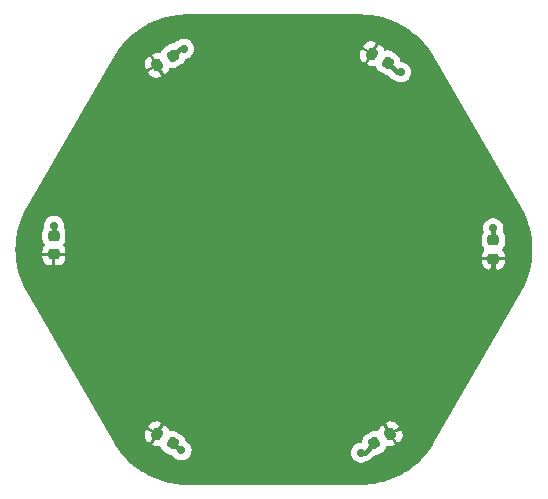
<source format=gbr>
%TF.GenerationSoftware,KiCad,Pcbnew,7.0.7*%
%TF.CreationDate,2023-09-02T14:38:40-07:00*%
%TF.ProjectId,badgelife101,62616467-656c-4696-9665-3130312e6b69,rev?*%
%TF.SameCoordinates,Original*%
%TF.FileFunction,Copper,L1,Top*%
%TF.FilePolarity,Positive*%
%FSLAX46Y46*%
G04 Gerber Fmt 4.6, Leading zero omitted, Abs format (unit mm)*
G04 Created by KiCad (PCBNEW 7.0.7) date 2023-09-02 14:38:40*
%MOMM*%
%LPD*%
G01*
G04 APERTURE LIST*
G04 Aperture macros list*
%AMRoundRect*
0 Rectangle with rounded corners*
0 $1 Rounding radius*
0 $2 $3 $4 $5 $6 $7 $8 $9 X,Y pos of 4 corners*
0 Add a 4 corners polygon primitive as box body*
4,1,4,$2,$3,$4,$5,$6,$7,$8,$9,$2,$3,0*
0 Add four circle primitives for the rounded corners*
1,1,$1+$1,$2,$3*
1,1,$1+$1,$4,$5*
1,1,$1+$1,$6,$7*
1,1,$1+$1,$8,$9*
0 Add four rect primitives between the rounded corners*
20,1,$1+$1,$2,$3,$4,$5,0*
20,1,$1+$1,$4,$5,$6,$7,0*
20,1,$1+$1,$6,$7,$8,$9,0*
20,1,$1+$1,$8,$9,$2,$3,0*%
G04 Aperture macros list end*
%TA.AperFunction,SMDPad,CuDef*%
%ADD10RoundRect,0.218750X0.256250X-0.218750X0.256250X0.218750X-0.256250X0.218750X-0.256250X-0.218750X0*%
%TD*%
%TA.AperFunction,SMDPad,CuDef*%
%ADD11RoundRect,0.218750X0.061318X0.331294X-0.317568X0.112544X-0.061318X-0.331294X0.317568X-0.112544X0*%
%TD*%
%TA.AperFunction,SMDPad,CuDef*%
%ADD12RoundRect,0.218750X-0.317568X-0.112544X0.061318X-0.331294X0.317568X0.112544X-0.061318X0.331294X0*%
%TD*%
%TA.AperFunction,SMDPad,CuDef*%
%ADD13RoundRect,0.218750X-0.061318X-0.331294X0.317568X-0.112544X0.061318X0.331294X-0.317568X0.112544X0*%
%TD*%
%TA.AperFunction,ViaPad*%
%ADD14C,0.700000*%
%TD*%
%TA.AperFunction,Conductor*%
%ADD15C,0.400000*%
%TD*%
G04 APERTURE END LIST*
D10*
%TO.P,D6,2,A*%
%TO.N,Net-(D6-A)*%
X151400000Y-89212500D03*
%TO.P,D6,1,K*%
%TO.N,GND*%
X151400000Y-90787500D03*
%TD*%
%TO.P,D5,2,A*%
%TO.N,Net-(D5-A)*%
X114200000Y-88825000D03*
%TO.P,D5,1,K*%
%TO.N,GND*%
X114200000Y-90400000D03*
%TD*%
D11*
%TO.P,D4,2,A*%
%TO.N,Net-(D4-A)*%
X141318005Y-106393750D03*
%TO.P,D4,1,K*%
%TO.N,GND*%
X142681995Y-105606250D03*
%TD*%
D12*
%TO.P,D3,2,A*%
%TO.N,Net-(D3-A)*%
X124281995Y-106393750D03*
%TO.P,D3,1,K*%
%TO.N,GND*%
X122918005Y-105606250D03*
%TD*%
%TO.P,D2,2,A*%
%TO.N,Net-(D2-A)*%
X142481995Y-74193750D03*
%TO.P,D2,1,K*%
%TO.N,GND*%
X141118005Y-73406250D03*
%TD*%
D13*
%TO.P,D1,1,K*%
%TO.N,GND*%
X122918005Y-74393750D03*
%TO.P,D1,2,A*%
%TO.N,Net-(D1-A)*%
X124281995Y-73606250D03*
%TD*%
D14*
%TO.N,GND*%
X151400000Y-91800000D03*
X144400000Y-84400000D03*
X144600000Y-94600000D03*
%TO.N,Net-(D4-A)*%
X140200000Y-107200000D03*
%TO.N,Net-(D3-A)*%
X125000000Y-107000000D03*
%TO.N,Net-(D5-A)*%
X114200000Y-88000000D03*
%TO.N,Net-(D1-A)*%
X125200000Y-73000000D03*
%TO.N,Net-(D6-A)*%
X151400000Y-88200000D03*
%TO.N,Net-(D2-A)*%
X143600000Y-75000000D03*
%TD*%
D15*
%TO.N,GND*%
X151400000Y-90787500D02*
X151400000Y-91800000D01*
%TO.N,Net-(D4-A)*%
X140200000Y-107200000D02*
X140511755Y-107200000D01*
X140511755Y-107200000D02*
X141318005Y-106393750D01*
%TO.N,Net-(D3-A)*%
X125000000Y-107000000D02*
X124888245Y-107000000D01*
X124888245Y-107000000D02*
X124281995Y-106393750D01*
%TO.N,Net-(D5-A)*%
X114200000Y-88000000D02*
X114200000Y-88825000D01*
%TO.N,Net-(D1-A)*%
X124888245Y-73000000D02*
X124281995Y-73606250D01*
X125200000Y-73000000D02*
X124888245Y-73000000D01*
%TO.N,Net-(D6-A)*%
X151400000Y-88200000D02*
X151400000Y-89212500D01*
%TO.N,Net-(D2-A)*%
X143600000Y-75000000D02*
X143288245Y-75000000D01*
X143288245Y-75000000D02*
X142481995Y-74193750D01*
%TD*%
%TA.AperFunction,Conductor*%
%TO.N,GND*%
G36*
X140654552Y-70102508D02*
G01*
X140658628Y-70102779D01*
X141126885Y-70149574D01*
X141130875Y-70150106D01*
X141592041Y-70227190D01*
X141595974Y-70227981D01*
X142048706Y-70334598D01*
X142052575Y-70335644D01*
X142416469Y-70446864D01*
X142495560Y-70471038D01*
X142499378Y-70472342D01*
X142931377Y-70635778D01*
X142935071Y-70637314D01*
X143135527Y-70728408D01*
X143354746Y-70828029D01*
X143358344Y-70829807D01*
X143764447Y-71047075D01*
X143767900Y-71049068D01*
X144056843Y-71228589D01*
X144159104Y-71292125D01*
X144162439Y-71294349D01*
X144537471Y-71562462D01*
X144540624Y-71564874D01*
X144715723Y-71708075D01*
X144898166Y-71857282D01*
X144901203Y-71859936D01*
X145239941Y-72175867D01*
X145242807Y-72178720D01*
X145528292Y-72482184D01*
X145561470Y-72517451D01*
X145564148Y-72520491D01*
X145652825Y-72628105D01*
X145861456Y-72881291D01*
X145863954Y-72884534D01*
X146138584Y-73266619D01*
X146140868Y-73270029D01*
X146273007Y-73482280D01*
X146392642Y-73674446D01*
X153746795Y-86412221D01*
X153971148Y-86832477D01*
X153972965Y-86836170D01*
X154166542Y-87265039D01*
X154168100Y-87268819D01*
X154331899Y-87706675D01*
X154331902Y-87706681D01*
X154333202Y-87710538D01*
X154375825Y-87852170D01*
X154467220Y-88155869D01*
X154468259Y-88159780D01*
X154572498Y-88611125D01*
X154573278Y-88615083D01*
X154647734Y-89070895D01*
X154648250Y-89074859D01*
X154684917Y-89451447D01*
X154692924Y-89533677D01*
X154693183Y-89537681D01*
X154708075Y-89997994D01*
X154708075Y-90002004D01*
X154693183Y-90462318D01*
X154692924Y-90466322D01*
X154648251Y-90925136D01*
X154647734Y-90929104D01*
X154573278Y-91384916D01*
X154572498Y-91388874D01*
X154468259Y-91840219D01*
X154467219Y-91844135D01*
X154333202Y-92289461D01*
X154331902Y-92293319D01*
X154168100Y-92731179D01*
X154166540Y-92734963D01*
X153972961Y-93163837D01*
X153971151Y-93167517D01*
X153746788Y-93587792D01*
X146392642Y-106325552D01*
X146269311Y-106531183D01*
X146139791Y-106731697D01*
X146110676Y-106773650D01*
X146004216Y-106927052D01*
X145862761Y-107117128D01*
X145715589Y-107301830D01*
X145562866Y-107481064D01*
X145404770Y-107654722D01*
X145241401Y-107822771D01*
X145073032Y-107985011D01*
X144899716Y-108141451D01*
X144721697Y-108291924D01*
X144539084Y-108436383D01*
X144352084Y-108574699D01*
X144160803Y-108706818D01*
X143965468Y-108832603D01*
X143766201Y-108951987D01*
X143563191Y-109064858D01*
X143356577Y-109171137D01*
X143146559Y-109270712D01*
X142933250Y-109363511D01*
X142716844Y-109449427D01*
X142497505Y-109528365D01*
X142275398Y-109600230D01*
X142050663Y-109664937D01*
X141823507Y-109722376D01*
X141594047Y-109772469D01*
X141362429Y-109815119D01*
X141128893Y-109850221D01*
X140893559Y-109877687D01*
X140656595Y-109897421D01*
X140418194Y-109909330D01*
X140178457Y-109913322D01*
X140154914Y-109913115D01*
X140153822Y-109913330D01*
X125470116Y-109913330D01*
X124994011Y-109897496D01*
X124989906Y-109897223D01*
X124684350Y-109866687D01*
X124521688Y-109850431D01*
X124517651Y-109849892D01*
X124056530Y-109772815D01*
X124052550Y-109772015D01*
X124026104Y-109765787D01*
X123599860Y-109665408D01*
X123595955Y-109664353D01*
X123152975Y-109528961D01*
X123149169Y-109527661D01*
X122717168Y-109364223D01*
X122713474Y-109362687D01*
X122293791Y-109171968D01*
X122290201Y-109170194D01*
X121884086Y-108952919D01*
X121880613Y-108950913D01*
X121489434Y-108707869D01*
X121486096Y-108705642D01*
X121304003Y-108575463D01*
X121111080Y-108437541D01*
X121107918Y-108435121D01*
X120750380Y-108142717D01*
X120747342Y-108140063D01*
X120408615Y-107824139D01*
X120405744Y-107821280D01*
X120106004Y-107502665D01*
X120087074Y-107482542D01*
X120084388Y-107479492D01*
X120029130Y-107412434D01*
X119787077Y-107118689D01*
X119784604Y-107115477D01*
X119509964Y-106733376D01*
X119507685Y-106729975D01*
X119372683Y-106513124D01*
X122538758Y-106513124D01*
X122661420Y-106583942D01*
X122661440Y-106583952D01*
X122751704Y-106624456D01*
X122751703Y-106624456D01*
X122916252Y-106658432D01*
X123084198Y-106653547D01*
X123127758Y-106641875D01*
X123197608Y-106643538D01*
X123255471Y-106682700D01*
X123279628Y-106729556D01*
X123291443Y-106773653D01*
X123371243Y-106921649D01*
X123483017Y-107047249D01*
X123483024Y-107047255D01*
X123563296Y-107105219D01*
X123563299Y-107105221D01*
X124025191Y-107371895D01*
X124086931Y-107399599D01*
X124115531Y-107412433D01*
X124115532Y-107412433D01*
X124115536Y-107412435D01*
X124220573Y-107434122D01*
X124282244Y-107466954D01*
X124302882Y-107493557D01*
X124308141Y-107502665D01*
X124348807Y-107547829D01*
X124427764Y-107635521D01*
X124427767Y-107635523D01*
X124427770Y-107635526D01*
X124572407Y-107740612D01*
X124735733Y-107813329D01*
X124910609Y-107850500D01*
X124910610Y-107850500D01*
X125089389Y-107850500D01*
X125089391Y-107850500D01*
X125264267Y-107813329D01*
X125427593Y-107740612D01*
X125572230Y-107635526D01*
X125691859Y-107502665D01*
X125781250Y-107347835D01*
X125829285Y-107200000D01*
X139344815Y-107200000D01*
X139363503Y-107377805D01*
X139363504Y-107377807D01*
X139418747Y-107547829D01*
X139418750Y-107547835D01*
X139508141Y-107702665D01*
X139531116Y-107728181D01*
X139627764Y-107835521D01*
X139627767Y-107835523D01*
X139627770Y-107835526D01*
X139772407Y-107940612D01*
X139935733Y-108013329D01*
X140110609Y-108050500D01*
X140110610Y-108050500D01*
X140289389Y-108050500D01*
X140289391Y-108050500D01*
X140464267Y-108013329D01*
X140627593Y-107940612D01*
X140706118Y-107883559D01*
X140728101Y-107870808D01*
X140778283Y-107848222D01*
X140781652Y-107846826D01*
X140839685Y-107824818D01*
X140848021Y-107819062D01*
X140867576Y-107808034D01*
X140876812Y-107803878D01*
X140925651Y-107765613D01*
X140928631Y-107763421D01*
X140979684Y-107728183D01*
X141020820Y-107681748D01*
X141023354Y-107679056D01*
X141219961Y-107482449D01*
X141281282Y-107448966D01*
X141311252Y-107446185D01*
X141319801Y-107446434D01*
X141319801Y-107446433D01*
X141319802Y-107446434D01*
X141379440Y-107434120D01*
X141484464Y-107412435D01*
X141574809Y-107371895D01*
X142036701Y-107105221D01*
X142116982Y-107047250D01*
X142228758Y-106921647D01*
X142308556Y-106773653D01*
X142320370Y-106729559D01*
X142356734Y-106669898D01*
X142419581Y-106639367D01*
X142472240Y-106641875D01*
X142515800Y-106653547D01*
X142683748Y-106658433D01*
X142848295Y-106624456D01*
X142938568Y-106583948D01*
X142938584Y-106583940D01*
X143061240Y-106513124D01*
X143061240Y-106513123D01*
X142564072Y-105652003D01*
X142852747Y-105652003D01*
X143277746Y-106388123D01*
X143277747Y-106388123D01*
X143400414Y-106317301D01*
X143480636Y-106259374D01*
X143480638Y-106259373D01*
X143592334Y-106133860D01*
X143672079Y-105985967D01*
X143715566Y-105823672D01*
X143720452Y-105655722D01*
X143686475Y-105491175D01*
X143645970Y-105400908D01*
X143645961Y-105400889D01*
X143556393Y-105245753D01*
X143556392Y-105245753D01*
X142852747Y-105652002D01*
X142852747Y-105652003D01*
X142564072Y-105652003D01*
X142519405Y-105574637D01*
X142519403Y-105574631D01*
X142086242Y-104824375D01*
X142086241Y-104824375D01*
X141963575Y-104895198D01*
X141883353Y-104953125D01*
X141883351Y-104953126D01*
X141771655Y-105078639D01*
X141691911Y-105226531D01*
X141680239Y-105270091D01*
X141643873Y-105329751D01*
X141581026Y-105360279D01*
X141528371Y-105357771D01*
X141484279Y-105345957D01*
X141484278Y-105345956D01*
X141484275Y-105345956D01*
X141316209Y-105341066D01*
X141316208Y-105341066D01*
X141316206Y-105341066D01*
X141151547Y-105375064D01*
X141151544Y-105375065D01*
X141061220Y-105415596D01*
X141061194Y-105415608D01*
X140599306Y-105682280D01*
X140519034Y-105740244D01*
X140519027Y-105740250D01*
X140407253Y-105865850D01*
X140327453Y-106013847D01*
X140283938Y-106176249D01*
X140283937Y-106176254D01*
X140282399Y-106229109D01*
X140260773Y-106295545D01*
X140206661Y-106339745D01*
X140158452Y-106349500D01*
X140110609Y-106349500D01*
X140079954Y-106356015D01*
X139935733Y-106386670D01*
X139935728Y-106386672D01*
X139772408Y-106459387D01*
X139627768Y-106564475D01*
X139508140Y-106697336D01*
X139418750Y-106852164D01*
X139418747Y-106852170D01*
X139363504Y-107022192D01*
X139363503Y-107022194D01*
X139344815Y-107200000D01*
X125829285Y-107200000D01*
X125836497Y-107177803D01*
X125855185Y-107000000D01*
X125836497Y-106822197D01*
X125795927Y-106697335D01*
X125781252Y-106652170D01*
X125781249Y-106652164D01*
X125741867Y-106583952D01*
X125691859Y-106497335D01*
X125643097Y-106443180D01*
X125572235Y-106364478D01*
X125572232Y-106364476D01*
X125572231Y-106364475D01*
X125572230Y-106364474D01*
X125427593Y-106259388D01*
X125427592Y-106259387D01*
X125380279Y-106238322D01*
X125327042Y-106193072D01*
X125310940Y-106157136D01*
X125304703Y-106133860D01*
X125272546Y-106013847D01*
X125192748Y-105865853D01*
X125192747Y-105865851D01*
X125192746Y-105865850D01*
X125080972Y-105740250D01*
X125080965Y-105740244D01*
X125000693Y-105682280D01*
X124538805Y-105415608D01*
X124538779Y-105415596D01*
X124448455Y-105375065D01*
X124448452Y-105375064D01*
X124283793Y-105341066D01*
X124283791Y-105341066D01*
X124115725Y-105345956D01*
X124115721Y-105345956D01*
X124115719Y-105345957D01*
X124071627Y-105357771D01*
X124001777Y-105356108D01*
X123943915Y-105316944D01*
X123919760Y-105270088D01*
X123908090Y-105226533D01*
X123828344Y-105078638D01*
X123828342Y-105078636D01*
X123716653Y-104953130D01*
X123716645Y-104953123D01*
X123636431Y-104895201D01*
X123636414Y-104895190D01*
X123513757Y-104824375D01*
X123513756Y-104824375D01*
X123067711Y-105596949D01*
X123067711Y-105596950D01*
X122538758Y-106513123D01*
X122538758Y-106513124D01*
X119372683Y-106513124D01*
X119255909Y-106325552D01*
X118869183Y-105655722D01*
X121879547Y-105655722D01*
X121884433Y-105823672D01*
X121927920Y-105985967D01*
X122007665Y-106133861D01*
X122007667Y-106133863D01*
X122119356Y-106259369D01*
X122119364Y-106259376D01*
X122199580Y-106317299D01*
X122322252Y-106388123D01*
X122747251Y-105652003D01*
X122747251Y-105652002D01*
X122043607Y-105245752D01*
X122043605Y-105245753D01*
X121954040Y-105400886D01*
X121954033Y-105400900D01*
X121913524Y-105491175D01*
X121879547Y-105655722D01*
X118869183Y-105655722D01*
X118507488Y-105029247D01*
X122168606Y-105029247D01*
X122872250Y-105435495D01*
X122872251Y-105435495D01*
X123297250Y-104699375D01*
X142302748Y-104699375D01*
X142727747Y-105435495D01*
X142727748Y-105435495D01*
X143431392Y-105029247D01*
X143431392Y-105029246D01*
X143341824Y-104874108D01*
X143341823Y-104874107D01*
X143283893Y-104793882D01*
X143283892Y-104793880D01*
X143158379Y-104682184D01*
X143010486Y-104602439D01*
X142848191Y-104558952D01*
X142680241Y-104554066D01*
X142515694Y-104588043D01*
X142425416Y-104628553D01*
X142425404Y-104628559D01*
X142302748Y-104699374D01*
X142302748Y-104699375D01*
X123297250Y-104699375D01*
X123297250Y-104699374D01*
X123174594Y-104628559D01*
X123174580Y-104628552D01*
X123084305Y-104588043D01*
X123084306Y-104588043D01*
X122919756Y-104554066D01*
X122751808Y-104558952D01*
X122589513Y-104602439D01*
X122441619Y-104682184D01*
X122441617Y-104682186D01*
X122316111Y-104793875D01*
X122316108Y-104793879D01*
X122258176Y-104874106D01*
X122168606Y-105029246D01*
X122168606Y-105029247D01*
X118507488Y-105029247D01*
X111901755Y-93587779D01*
X111677408Y-93167534D01*
X111675606Y-93163872D01*
X111482010Y-92734962D01*
X111480453Y-92731187D01*
X111316637Y-92293286D01*
X111315350Y-92289465D01*
X111181332Y-91844130D01*
X111180292Y-91840215D01*
X111076053Y-91388874D01*
X111075273Y-91384916D01*
X111067528Y-91337499D01*
X111000815Y-90929081D01*
X111000304Y-90925166D01*
X110961341Y-90525000D01*
X113225001Y-90525000D01*
X113225001Y-90666652D01*
X113235056Y-90765083D01*
X113287906Y-90924572D01*
X113287908Y-90924577D01*
X113376114Y-91067580D01*
X113494919Y-91186385D01*
X113637922Y-91274591D01*
X113637927Y-91274593D01*
X113797416Y-91327442D01*
X113895855Y-91337499D01*
X114074999Y-91337499D01*
X114075000Y-91337498D01*
X114075000Y-90525000D01*
X114324999Y-90525000D01*
X114324999Y-91337498D01*
X114325000Y-91337499D01*
X114504136Y-91337499D01*
X114504152Y-91337498D01*
X114602583Y-91327443D01*
X114762072Y-91274593D01*
X114762077Y-91274591D01*
X114905080Y-91186385D01*
X115023885Y-91067580D01*
X115112091Y-90924577D01*
X115112093Y-90924572D01*
X115116093Y-90912500D01*
X150425001Y-90912500D01*
X150425001Y-91054152D01*
X150435056Y-91152583D01*
X150487906Y-91312072D01*
X150487908Y-91312077D01*
X150576114Y-91455080D01*
X150694919Y-91573885D01*
X150837922Y-91662091D01*
X150837927Y-91662093D01*
X150997416Y-91714942D01*
X151095855Y-91724999D01*
X151274999Y-91724999D01*
X151275000Y-91724998D01*
X151275000Y-90912500D01*
X151525000Y-90912500D01*
X151525000Y-91724999D01*
X151704136Y-91724999D01*
X151704152Y-91724998D01*
X151802583Y-91714943D01*
X151962072Y-91662093D01*
X151962077Y-91662091D01*
X152105080Y-91573885D01*
X152223885Y-91455080D01*
X152312091Y-91312077D01*
X152312093Y-91312072D01*
X152364942Y-91152583D01*
X152374999Y-91054150D01*
X152375000Y-91054137D01*
X152375000Y-90912500D01*
X151525000Y-90912500D01*
X151275000Y-90912500D01*
X150425001Y-90912500D01*
X115116093Y-90912500D01*
X115164942Y-90765083D01*
X115174999Y-90666650D01*
X115175000Y-90666637D01*
X115175000Y-90525000D01*
X114324999Y-90525000D01*
X114075000Y-90525000D01*
X113225001Y-90525000D01*
X110961341Y-90525000D01*
X110955625Y-90466299D01*
X110955368Y-90462317D01*
X110949308Y-90275000D01*
X110940476Y-90001978D01*
X110940476Y-89998021D01*
X110955368Y-89537674D01*
X110955625Y-89533702D01*
X110998663Y-89091681D01*
X113224500Y-89091681D01*
X113234563Y-89190183D01*
X113287450Y-89349784D01*
X113287455Y-89349795D01*
X113375716Y-89492887D01*
X113375719Y-89492892D01*
X113408000Y-89525173D01*
X113441485Y-89586497D01*
X113436499Y-89656188D01*
X113408000Y-89700533D01*
X113376114Y-89732419D01*
X113287908Y-89875422D01*
X113287906Y-89875427D01*
X113235057Y-90034916D01*
X113225000Y-90133349D01*
X113225000Y-90275000D01*
X115174998Y-90275000D01*
X115174999Y-90133364D01*
X115174998Y-90133347D01*
X115164943Y-90034916D01*
X115112093Y-89875427D01*
X115112091Y-89875422D01*
X115023885Y-89732419D01*
X114992000Y-89700534D01*
X114958515Y-89639211D01*
X114963499Y-89569519D01*
X114992000Y-89525172D01*
X114992000Y-89525171D01*
X115024281Y-89492891D01*
X115032737Y-89479181D01*
X150424500Y-89479181D01*
X150434563Y-89577683D01*
X150487450Y-89737284D01*
X150487455Y-89737295D01*
X150575716Y-89880387D01*
X150575719Y-89880392D01*
X150608000Y-89912673D01*
X150641485Y-89973997D01*
X150636499Y-90043688D01*
X150608000Y-90088033D01*
X150576114Y-90119919D01*
X150487908Y-90262922D01*
X150487906Y-90262927D01*
X150435057Y-90422416D01*
X150425000Y-90520849D01*
X150425000Y-90662500D01*
X152374999Y-90662500D01*
X152374999Y-90520864D01*
X152374998Y-90520847D01*
X152364943Y-90422416D01*
X152312093Y-90262927D01*
X152312091Y-90262922D01*
X152223885Y-90119919D01*
X152192000Y-90088034D01*
X152158515Y-90026711D01*
X152163499Y-89957019D01*
X152192000Y-89912672D01*
X152224281Y-89880391D01*
X152312549Y-89737287D01*
X152365436Y-89577685D01*
X152375500Y-89479174D01*
X152375500Y-88945826D01*
X152365436Y-88847315D01*
X152312549Y-88687713D01*
X152312545Y-88687707D01*
X152312544Y-88687704D01*
X152226908Y-88548868D01*
X152208467Y-88481476D01*
X152214516Y-88445451D01*
X152236495Y-88377808D01*
X152236497Y-88377803D01*
X152255185Y-88200000D01*
X152236497Y-88022197D01*
X152181250Y-87852165D01*
X152091859Y-87697335D01*
X152045003Y-87645296D01*
X151972235Y-87564478D01*
X151972232Y-87564476D01*
X151972231Y-87564475D01*
X151972230Y-87564474D01*
X151827593Y-87459388D01*
X151664267Y-87386671D01*
X151664265Y-87386670D01*
X151536594Y-87359533D01*
X151489391Y-87349500D01*
X151310609Y-87349500D01*
X151279954Y-87356015D01*
X151135733Y-87386670D01*
X151135728Y-87386672D01*
X150972408Y-87459387D01*
X150827768Y-87564475D01*
X150708140Y-87697336D01*
X150618750Y-87852164D01*
X150618747Y-87852170D01*
X150563504Y-88022192D01*
X150563503Y-88022194D01*
X150544815Y-88199999D01*
X150563503Y-88377805D01*
X150563504Y-88377807D01*
X150585484Y-88445453D01*
X150587479Y-88515294D01*
X150573092Y-88548868D01*
X150487452Y-88687710D01*
X150487450Y-88687713D01*
X150487451Y-88687713D01*
X150434564Y-88847315D01*
X150434564Y-88847316D01*
X150434563Y-88847316D01*
X150424500Y-88945818D01*
X150424500Y-89479181D01*
X115032737Y-89479181D01*
X115112549Y-89349787D01*
X115165436Y-89190185D01*
X115175500Y-89091674D01*
X115175500Y-88558326D01*
X115165436Y-88459815D01*
X115112549Y-88300213D01*
X115112547Y-88300210D01*
X115112546Y-88300207D01*
X115058780Y-88213041D01*
X115040339Y-88145649D01*
X115040997Y-88134981D01*
X115055185Y-88000000D01*
X115036497Y-87822197D01*
X114999509Y-87708360D01*
X114981252Y-87652170D01*
X114981249Y-87652164D01*
X114891859Y-87497335D01*
X114845003Y-87445296D01*
X114772235Y-87364478D01*
X114772232Y-87364476D01*
X114772231Y-87364475D01*
X114772230Y-87364474D01*
X114627593Y-87259388D01*
X114464267Y-87186671D01*
X114464265Y-87186670D01*
X114336594Y-87159533D01*
X114289391Y-87149500D01*
X114110609Y-87149500D01*
X114079954Y-87156015D01*
X113935733Y-87186670D01*
X113935728Y-87186672D01*
X113772408Y-87259387D01*
X113627768Y-87364475D01*
X113508140Y-87497336D01*
X113418750Y-87652164D01*
X113418747Y-87652170D01*
X113363504Y-87822192D01*
X113363503Y-87822194D01*
X113344815Y-88000000D01*
X113359002Y-88134981D01*
X113346432Y-88203710D01*
X113341220Y-88213038D01*
X113287454Y-88300206D01*
X113287451Y-88300214D01*
X113234564Y-88459815D01*
X113234564Y-88459816D01*
X113234563Y-88459816D01*
X113224500Y-88558318D01*
X113224500Y-89091681D01*
X110998663Y-89091681D01*
X111000304Y-89074829D01*
X111000813Y-89070922D01*
X111075274Y-88615068D01*
X111076052Y-88611125D01*
X111180291Y-88159784D01*
X111181331Y-88155869D01*
X111221560Y-88022192D01*
X111315351Y-87710526D01*
X111316633Y-87706722D01*
X111480456Y-87268801D01*
X111482009Y-87265037D01*
X111675610Y-86836115D01*
X111677401Y-86832477D01*
X111901755Y-86412221D01*
X118507490Y-74970752D01*
X122168606Y-74970752D01*
X122258175Y-75125890D01*
X122258176Y-75125892D01*
X122316106Y-75206117D01*
X122316107Y-75206119D01*
X122441620Y-75317815D01*
X122589513Y-75397560D01*
X122751808Y-75441047D01*
X122919758Y-75445933D01*
X123084305Y-75411956D01*
X123174578Y-75371448D01*
X123174585Y-75371445D01*
X123297250Y-75300623D01*
X122872251Y-74564503D01*
X122872250Y-74564503D01*
X122168606Y-74970751D01*
X122168606Y-74970752D01*
X118507490Y-74970752D01*
X118869186Y-74344277D01*
X121879547Y-74344277D01*
X121913524Y-74508824D01*
X121954034Y-74599102D01*
X121954040Y-74599114D01*
X122043605Y-74754245D01*
X122043606Y-74754245D01*
X122747251Y-74347996D01*
X122747251Y-74347995D01*
X122322252Y-73611875D01*
X122322251Y-73611875D01*
X122199585Y-73682698D01*
X122119363Y-73740625D01*
X122119361Y-73740626D01*
X122007665Y-73866139D01*
X121927920Y-74014032D01*
X121884433Y-74176327D01*
X121879547Y-74344277D01*
X118869186Y-74344277D01*
X119255913Y-73674446D01*
X119368410Y-73486875D01*
X122538758Y-73486875D01*
X123018447Y-74317721D01*
X123056681Y-74383945D01*
X123513756Y-75175623D01*
X123513757Y-75175623D01*
X123636424Y-75104801D01*
X123716646Y-75046874D01*
X123716648Y-75046873D01*
X123828344Y-74921360D01*
X123908089Y-74773466D01*
X123919760Y-74729911D01*
X123956124Y-74670250D01*
X124018970Y-74639720D01*
X124071626Y-74642227D01*
X124115725Y-74654044D01*
X124283791Y-74658934D01*
X124448454Y-74624935D01*
X124538799Y-74584395D01*
X125000691Y-74317721D01*
X125007057Y-74313124D01*
X140738758Y-74313124D01*
X140861420Y-74383942D01*
X140861440Y-74383952D01*
X140951704Y-74424456D01*
X140951703Y-74424456D01*
X141116252Y-74458432D01*
X141284198Y-74453547D01*
X141327758Y-74441875D01*
X141397608Y-74443538D01*
X141455471Y-74482700D01*
X141479628Y-74529556D01*
X141491443Y-74573653D01*
X141571243Y-74721649D01*
X141683017Y-74847249D01*
X141683024Y-74847255D01*
X141763296Y-74905219D01*
X141763299Y-74905221D01*
X142225191Y-75171895D01*
X142315536Y-75212435D01*
X142370423Y-75223767D01*
X142480197Y-75246434D01*
X142480198Y-75246433D01*
X142480199Y-75246434D01*
X142488744Y-75246185D01*
X142556328Y-75263906D01*
X142580038Y-75282451D01*
X142776644Y-75479056D01*
X142779180Y-75481750D01*
X142820316Y-75528183D01*
X142871375Y-75563427D01*
X142874357Y-75565621D01*
X142923189Y-75603878D01*
X142923192Y-75603880D01*
X142923191Y-75603880D01*
X142932422Y-75608034D01*
X142951976Y-75619062D01*
X142960311Y-75624816D01*
X142960313Y-75624816D01*
X142960315Y-75624818D01*
X143018312Y-75646812D01*
X143021733Y-75648229D01*
X143071899Y-75670807D01*
X143093884Y-75683560D01*
X143172407Y-75740612D01*
X143335733Y-75813329D01*
X143510609Y-75850500D01*
X143510610Y-75850500D01*
X143689389Y-75850500D01*
X143689391Y-75850500D01*
X143864267Y-75813329D01*
X144027593Y-75740612D01*
X144172230Y-75635526D01*
X144181874Y-75624816D01*
X144235159Y-75565636D01*
X144291859Y-75502665D01*
X144381250Y-75347835D01*
X144436497Y-75177803D01*
X144455185Y-75000000D01*
X144436497Y-74822197D01*
X144387126Y-74670250D01*
X144381252Y-74652170D01*
X144381249Y-74652164D01*
X144291859Y-74497335D01*
X144241922Y-74441875D01*
X144172235Y-74364478D01*
X144172232Y-74364476D01*
X144172231Y-74364475D01*
X144172230Y-74364474D01*
X144027593Y-74259388D01*
X143864267Y-74186671D01*
X143864265Y-74186670D01*
X143736594Y-74159533D01*
X143689391Y-74149500D01*
X143689390Y-74149500D01*
X143641548Y-74149500D01*
X143574509Y-74129815D01*
X143528754Y-74077011D01*
X143517600Y-74029110D01*
X143516063Y-73976254D01*
X143472546Y-73813847D01*
X143392748Y-73665853D01*
X143392747Y-73665851D01*
X143392746Y-73665850D01*
X143280972Y-73540250D01*
X143280965Y-73540244D01*
X143200693Y-73482280D01*
X142738805Y-73215608D01*
X142738779Y-73215596D01*
X142648455Y-73175065D01*
X142648452Y-73175064D01*
X142483793Y-73141066D01*
X142483791Y-73141066D01*
X142315725Y-73145956D01*
X142315721Y-73145956D01*
X142315719Y-73145957D01*
X142271627Y-73157771D01*
X142201777Y-73156108D01*
X142143915Y-73116944D01*
X142119760Y-73070088D01*
X142108090Y-73026533D01*
X142028344Y-72878638D01*
X142028342Y-72878636D01*
X141916653Y-72753130D01*
X141916645Y-72753123D01*
X141836431Y-72695201D01*
X141836414Y-72695190D01*
X141713757Y-72624375D01*
X141713756Y-72624375D01*
X141267711Y-73396949D01*
X141267711Y-73396950D01*
X140738758Y-74313123D01*
X140738758Y-74313124D01*
X125007057Y-74313124D01*
X125080972Y-74259750D01*
X125192748Y-74134147D01*
X125272546Y-73986153D01*
X125290405Y-73919501D01*
X125326769Y-73859842D01*
X125384399Y-73830305D01*
X125464267Y-73813329D01*
X125627593Y-73740612D01*
X125772230Y-73635526D01*
X125782904Y-73623672D01*
X125843097Y-73556820D01*
X125891859Y-73502665D01*
X125918962Y-73455722D01*
X140079547Y-73455722D01*
X140084433Y-73623672D01*
X140127920Y-73785967D01*
X140207665Y-73933861D01*
X140207667Y-73933863D01*
X140319356Y-74059369D01*
X140319364Y-74059376D01*
X140399580Y-74117299D01*
X140522252Y-74188123D01*
X140947251Y-73452003D01*
X140947251Y-73452002D01*
X140243607Y-73045752D01*
X140243605Y-73045753D01*
X140154040Y-73200886D01*
X140154033Y-73200900D01*
X140113524Y-73291175D01*
X140079547Y-73455722D01*
X125918962Y-73455722D01*
X125981250Y-73347835D01*
X126036497Y-73177803D01*
X126055185Y-73000000D01*
X126037238Y-72829247D01*
X140368606Y-72829247D01*
X141072250Y-73235495D01*
X141072251Y-73235495D01*
X141497250Y-72499375D01*
X141497250Y-72499374D01*
X141374594Y-72428559D01*
X141374580Y-72428552D01*
X141284305Y-72388043D01*
X141284306Y-72388043D01*
X141119756Y-72354066D01*
X140951808Y-72358952D01*
X140789513Y-72402439D01*
X140641619Y-72482184D01*
X140641617Y-72482186D01*
X140516111Y-72593875D01*
X140516108Y-72593879D01*
X140458176Y-72674106D01*
X140368606Y-72829246D01*
X140368606Y-72829247D01*
X126037238Y-72829247D01*
X126036497Y-72822197D01*
X125996015Y-72697606D01*
X125981252Y-72652170D01*
X125981249Y-72652164D01*
X125891859Y-72497335D01*
X125829933Y-72428559D01*
X125772235Y-72364478D01*
X125772232Y-72364476D01*
X125772231Y-72364475D01*
X125772230Y-72364474D01*
X125627593Y-72259388D01*
X125464267Y-72186671D01*
X125464265Y-72186670D01*
X125336594Y-72159533D01*
X125289391Y-72149500D01*
X125110609Y-72149500D01*
X125079954Y-72156015D01*
X124935733Y-72186670D01*
X124935728Y-72186672D01*
X124772408Y-72259388D01*
X124772403Y-72259390D01*
X124693884Y-72316438D01*
X124671888Y-72329196D01*
X124621750Y-72351761D01*
X124618291Y-72353193D01*
X124560315Y-72375181D01*
X124560311Y-72375184D01*
X124551968Y-72380942D01*
X124532433Y-72391960D01*
X124523193Y-72396119D01*
X124523184Y-72396124D01*
X124474369Y-72434368D01*
X124471354Y-72436586D01*
X124420315Y-72471817D01*
X124384643Y-72512081D01*
X124325452Y-72549206D01*
X124288228Y-72553799D01*
X124280197Y-72553565D01*
X124115535Y-72587565D01*
X124115534Y-72587565D01*
X124025210Y-72628096D01*
X124025184Y-72628108D01*
X123563296Y-72894780D01*
X123483024Y-72952744D01*
X123483017Y-72952750D01*
X123371243Y-73078350D01*
X123291443Y-73226346D01*
X123279628Y-73270443D01*
X123243262Y-73330103D01*
X123180415Y-73360632D01*
X123127761Y-73358124D01*
X123084202Y-73346452D01*
X122916251Y-73341566D01*
X122751704Y-73375543D01*
X122661426Y-73416053D01*
X122661414Y-73416059D01*
X122538758Y-73486874D01*
X122538758Y-73486875D01*
X119368410Y-73486875D01*
X119379237Y-73468823D01*
X119508776Y-73268279D01*
X119644337Y-73072947D01*
X119785792Y-72882871D01*
X119932963Y-72698169D01*
X120085686Y-72518935D01*
X120243781Y-72345278D01*
X120407119Y-72177258D01*
X120575537Y-72014973D01*
X120748820Y-71858562D01*
X120926856Y-71708075D01*
X121109468Y-71563616D01*
X121296469Y-71425299D01*
X121487750Y-71293180D01*
X121683085Y-71167395D01*
X121882352Y-71048011D01*
X122085349Y-70935147D01*
X122291965Y-70828867D01*
X122501995Y-70729286D01*
X122715326Y-70636477D01*
X122931699Y-70550574D01*
X123151050Y-70471632D01*
X123373157Y-70399767D01*
X123597885Y-70335062D01*
X123825048Y-70277620D01*
X124054509Y-70227527D01*
X124286126Y-70184877D01*
X124519666Y-70149775D01*
X124754996Y-70122310D01*
X124991960Y-70102575D01*
X125230361Y-70090666D01*
X125470112Y-70086674D01*
X140178434Y-70086674D01*
X140654552Y-70102508D01*
G37*
%TD.AperFunction*%
%TD*%
M02*

</source>
